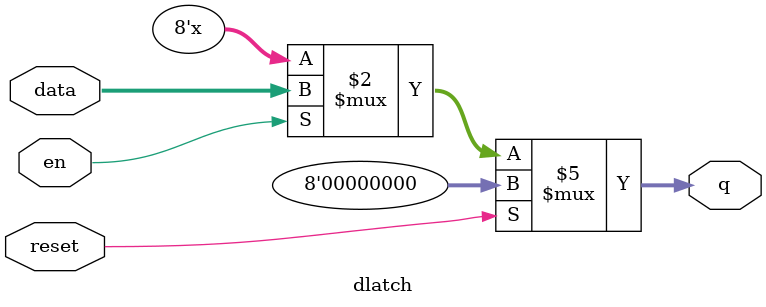
<source format=v>
module dlatch(
data   , // Data Input
en     , // LatchInput
reset  , // Reset input - active high
q        // Q output
);
//-----------Input Ports---------------
input en, reset;
input [7:0] data;
//-----------Output Ports---------------
output reg [7:0] q;

//------------Internal Variables--------
//reg [7:0] q;

//-------------Code Starts Here---------
always @ ( en or reset or data)
if (reset) begin
  q <= 0;
end else if (en) begin
  q <= data;
end

endmodule //End Of Module dlatch_reset

</source>
